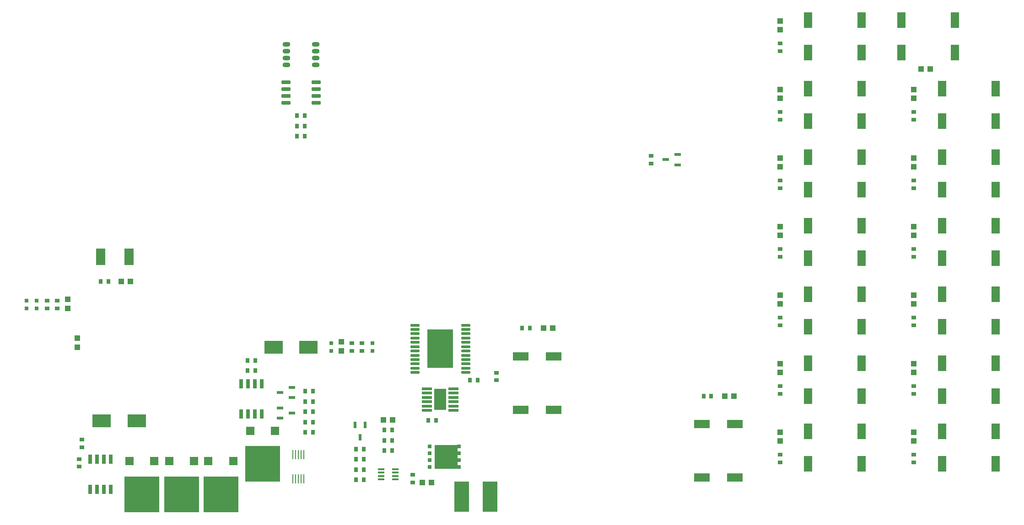
<source format=gtp>
G04*
G04 #@! TF.GenerationSoftware,Altium Limited,Altium Designer,21.8.1 (53)*
G04*
G04 Layer_Color=8421504*
%FSLAX23Y23*%
%MOIN*%
G70*
G04*
G04 #@! TF.SameCoordinates,5902FB8D-61F4-4A33-80A6-77BEAA8E0702*
G04*
G04*
G04 #@! TF.FilePolarity,Positive*
G04*
G01*
G75*
%ADD24R,0.039X0.039*%
%ADD25R,0.035X0.028*%
%ADD26R,0.028X0.035*%
%ADD27R,0.039X0.039*%
%ADD28R,0.031X0.035*%
%ADD29R,0.026X0.069*%
%ADD30R,0.256X0.264*%
%ADD31R,0.059X0.063*%
%ADD32R,0.168X0.176*%
%ADD33R,0.025X0.026*%
%ADD34R,0.045X0.024*%
%ADD35R,0.063X0.112*%
%ADD36R,0.008X0.067*%
%ADD37R,0.008X0.067*%
G04:AMPARAMS|DCode=38|XSize=26mil|YSize=65mil|CornerRadius=2mil|HoleSize=0mil|Usage=FLASHONLY|Rotation=270.000|XOffset=0mil|YOffset=0mil|HoleType=Round|Shape=RoundedRectangle|*
%AMROUNDEDRECTD38*
21,1,0.026,0.061,0,0,270.0*
21,1,0.022,0.065,0,0,270.0*
1,1,0.004,-0.031,-0.011*
1,1,0.004,-0.031,0.011*
1,1,0.004,0.031,0.011*
1,1,0.004,0.031,-0.011*
%
%ADD38ROUNDEDRECTD38*%
%ADD39R,0.078X0.020*%
%ADD40R,0.087X0.154*%
%ADD41O,0.057X0.035*%
%ADD42R,0.035X0.031*%
%ADD43R,0.070X0.124*%
%ADD44R,0.185X0.280*%
%ADD45O,0.069X0.020*%
%ADD46R,0.112X0.063*%
%ADD47R,0.106X0.220*%
%ADD48R,0.048X0.016*%
%ADD49R,0.024X0.045*%
%ADD50R,0.138X0.098*%
%ADD51R,0.030X0.030*%
G36*
X4154Y2001D02*
X4205D01*
Y1918D01*
X4154D01*
Y2001D01*
D02*
G37*
D24*
X6655Y1657D02*
D03*
Y1723D02*
D03*
Y2223D02*
D03*
Y2157D02*
D03*
X1535Y2408D02*
D03*
Y2342D02*
D03*
X7630Y3223D02*
D03*
Y3157D02*
D03*
Y2723D02*
D03*
Y2657D02*
D03*
X6655Y4723D02*
D03*
Y4657D02*
D03*
X7630Y1723D02*
D03*
Y1657D02*
D03*
X6655Y4223D02*
D03*
Y4157D02*
D03*
X7630Y3723D02*
D03*
Y3657D02*
D03*
Y2223D02*
D03*
Y2157D02*
D03*
Y4223D02*
D03*
Y4157D02*
D03*
X6655Y3723D02*
D03*
Y3657D02*
D03*
Y2723D02*
D03*
Y2657D02*
D03*
Y3223D02*
D03*
Y3157D02*
D03*
X3460Y2381D02*
D03*
Y2314D02*
D03*
X1465Y2691D02*
D03*
Y2624D02*
D03*
D25*
X6655Y1558D02*
D03*
Y1502D02*
D03*
X3980Y1354D02*
D03*
Y1410D02*
D03*
X5715Y3682D02*
D03*
Y3738D02*
D03*
X6655Y2058D02*
D03*
Y2002D02*
D03*
X7630Y3002D02*
D03*
Y3058D02*
D03*
X4590Y2100D02*
D03*
Y2155D02*
D03*
X7630Y2558D02*
D03*
Y2502D02*
D03*
X6655Y4558D02*
D03*
Y4502D02*
D03*
X7630Y1558D02*
D03*
Y1502D02*
D03*
X6655Y4058D02*
D03*
Y4002D02*
D03*
X7630Y3558D02*
D03*
Y3502D02*
D03*
Y2058D02*
D03*
Y2002D02*
D03*
X7630Y4058D02*
D03*
X7630Y4002D02*
D03*
X6655Y3558D02*
D03*
Y3502D02*
D03*
Y2558D02*
D03*
X6655Y2502D02*
D03*
Y3058D02*
D03*
X6655Y3002D02*
D03*
D26*
X6098Y1986D02*
D03*
X6153D02*
D03*
X4833Y2480D02*
D03*
X4777D02*
D03*
X1763Y2820D02*
D03*
X1707D02*
D03*
X3772Y1663D02*
D03*
X3828D02*
D03*
X3567Y1449D02*
D03*
X3623D02*
D03*
X3828Y1738D02*
D03*
X3772D02*
D03*
X3567Y1374D02*
D03*
X3623D02*
D03*
X3623Y1524D02*
D03*
X3567D02*
D03*
X3772Y1588D02*
D03*
X3828D02*
D03*
X3567Y1599D02*
D03*
X3623D02*
D03*
D27*
X6252Y1986D02*
D03*
X6319D02*
D03*
X4115Y1354D02*
D03*
X4048D02*
D03*
X4998Y2480D02*
D03*
X4932D02*
D03*
X1923Y2820D02*
D03*
X1857D02*
D03*
X7683Y4370D02*
D03*
X7750D02*
D03*
X3767Y1813D02*
D03*
X3833D02*
D03*
D28*
X3137Y3955D02*
D03*
X3193D02*
D03*
X3193Y4030D02*
D03*
X3137D02*
D03*
X3137Y3880D02*
D03*
X3193D02*
D03*
X2833Y2170D02*
D03*
X2777D02*
D03*
X2833Y2245D02*
D03*
X2777D02*
D03*
X3197Y1795D02*
D03*
X3253D02*
D03*
X3197Y1870D02*
D03*
X3253D02*
D03*
X3197Y1720D02*
D03*
X3253D02*
D03*
X3253Y2020D02*
D03*
X3197D02*
D03*
X3253Y1945D02*
D03*
X3197D02*
D03*
X4453Y2100D02*
D03*
X4397D02*
D03*
X4092Y1808D02*
D03*
X4148D02*
D03*
D29*
X2880Y2075D02*
D03*
X2830D02*
D03*
X2780D02*
D03*
X2730D02*
D03*
X2880Y1854D02*
D03*
X2830D02*
D03*
X2780D02*
D03*
X2730D02*
D03*
X1780Y1525D02*
D03*
X1730D02*
D03*
X1680D02*
D03*
X1630D02*
D03*
X1780Y1305D02*
D03*
X1730D02*
D03*
X1680D02*
D03*
X1630D02*
D03*
D30*
X2885Y1490D02*
D03*
X2581Y1268D02*
D03*
X2294D02*
D03*
X2004D02*
D03*
D31*
X2976Y1732D02*
D03*
X2794D02*
D03*
X2671Y1510D02*
D03*
X2490D02*
D03*
X2385D02*
D03*
X2204D02*
D03*
X2095D02*
D03*
X1914D02*
D03*
D32*
X4221Y1542D02*
D03*
D33*
X4102Y1617D02*
D03*
Y1567D02*
D03*
Y1517D02*
D03*
Y1467D02*
D03*
X4317D02*
D03*
Y1517D02*
D03*
Y1567D02*
D03*
Y1617D02*
D03*
D34*
X5909Y3673D02*
D03*
Y3747D02*
D03*
X5821Y3710D02*
D03*
X3011Y1899D02*
D03*
Y1824D02*
D03*
X3100Y1861D02*
D03*
X3100Y1974D02*
D03*
Y2049D02*
D03*
X3011Y2011D02*
D03*
D35*
X7250Y1986D02*
D03*
Y2224D02*
D03*
X6860D02*
D03*
Y1986D02*
D03*
X7250Y3991D02*
D03*
Y4229D02*
D03*
X6860D02*
D03*
Y3991D02*
D03*
X7930Y4491D02*
D03*
Y4729D02*
D03*
X7540D02*
D03*
Y4491D02*
D03*
X8225Y2991D02*
D03*
Y3229D02*
D03*
X7835D02*
D03*
Y2991D02*
D03*
X8225Y2491D02*
D03*
Y2729D02*
D03*
X7835D02*
D03*
Y2491D02*
D03*
X7250Y4491D02*
D03*
Y4729D02*
D03*
X6860D02*
D03*
Y4491D02*
D03*
X8225Y1491D02*
D03*
Y1729D02*
D03*
X7835D02*
D03*
Y1491D02*
D03*
X8225Y3491D02*
D03*
Y3729D02*
D03*
X7835D02*
D03*
Y3491D02*
D03*
X8225Y1986D02*
D03*
Y2224D02*
D03*
X7835D02*
D03*
Y1986D02*
D03*
X8225Y3991D02*
D03*
Y4229D02*
D03*
X7835D02*
D03*
Y3991D02*
D03*
X7250Y3491D02*
D03*
Y3729D02*
D03*
X6860D02*
D03*
Y3491D02*
D03*
X7250Y2491D02*
D03*
Y2729D02*
D03*
X6860D02*
D03*
Y2491D02*
D03*
X7250Y1491D02*
D03*
Y1729D02*
D03*
X6860D02*
D03*
Y1491D02*
D03*
X7250Y2991D02*
D03*
Y3229D02*
D03*
X6860D02*
D03*
Y2991D02*
D03*
D36*
X3106Y1558D02*
D03*
X3125D02*
D03*
X3145D02*
D03*
X3165D02*
D03*
X3184Y1382D02*
D03*
X3165D02*
D03*
X3145D02*
D03*
X3125D02*
D03*
X3106D02*
D03*
D37*
X3184Y1558D02*
D03*
D38*
X3054Y4275D02*
D03*
Y4225D02*
D03*
Y4175D02*
D03*
Y4125D02*
D03*
X3276Y4275D02*
D03*
Y4225D02*
D03*
Y4175D02*
D03*
Y4125D02*
D03*
D39*
X4083Y2039D02*
D03*
Y2007D02*
D03*
Y1976D02*
D03*
Y1944D02*
D03*
Y1913D02*
D03*
Y1881D02*
D03*
X4277D02*
D03*
Y1913D02*
D03*
Y1944D02*
D03*
Y1976D02*
D03*
Y2007D02*
D03*
Y2039D02*
D03*
D40*
X4180Y1960D02*
D03*
D41*
X3272Y4400D02*
D03*
Y4450D02*
D03*
Y4500D02*
D03*
Y4550D02*
D03*
X3058Y4400D02*
D03*
Y4450D02*
D03*
Y4500D02*
D03*
Y4550D02*
D03*
D42*
X3610Y2370D02*
D03*
Y2315D02*
D03*
X1315Y2680D02*
D03*
Y2625D02*
D03*
X1570Y1668D02*
D03*
Y1612D02*
D03*
X1550Y1470D02*
D03*
Y1526D02*
D03*
X3535Y2315D02*
D03*
Y2370D02*
D03*
X1390Y2625D02*
D03*
Y2680D02*
D03*
D43*
X1913Y3000D02*
D03*
X1707D02*
D03*
D44*
X4180Y2330D02*
D03*
D45*
X4366Y2157D02*
D03*
Y2188D02*
D03*
Y2220D02*
D03*
Y2251D02*
D03*
Y2283D02*
D03*
Y2314D02*
D03*
Y2346D02*
D03*
Y2377D02*
D03*
Y2409D02*
D03*
Y2440D02*
D03*
Y2472D02*
D03*
Y2503D02*
D03*
X3994Y2157D02*
D03*
Y2188D02*
D03*
Y2220D02*
D03*
Y2251D02*
D03*
Y2283D02*
D03*
Y2314D02*
D03*
Y2346D02*
D03*
Y2377D02*
D03*
Y2409D02*
D03*
Y2440D02*
D03*
Y2472D02*
D03*
Y2503D02*
D03*
D46*
X5004Y2275D02*
D03*
X4766D02*
D03*
Y1885D02*
D03*
X5004D02*
D03*
X6086Y1391D02*
D03*
X6324D02*
D03*
Y1781D02*
D03*
X6086D02*
D03*
D47*
X4334Y1253D02*
D03*
X4542D02*
D03*
D48*
X3852Y1453D02*
D03*
Y1428D02*
D03*
Y1402D02*
D03*
Y1377D02*
D03*
X3748D02*
D03*
Y1402D02*
D03*
Y1428D02*
D03*
Y1453D02*
D03*
D49*
X3632Y1774D02*
D03*
X3558D02*
D03*
X3595Y1686D02*
D03*
D50*
X1712Y1805D02*
D03*
X1968D02*
D03*
X2964Y2340D02*
D03*
X3220D02*
D03*
D51*
X3685Y2315D02*
D03*
Y2370D02*
D03*
X3385D02*
D03*
Y2315D02*
D03*
X1240Y2680D02*
D03*
Y2625D02*
D03*
X1165Y2625D02*
D03*
Y2680D02*
D03*
M02*

</source>
